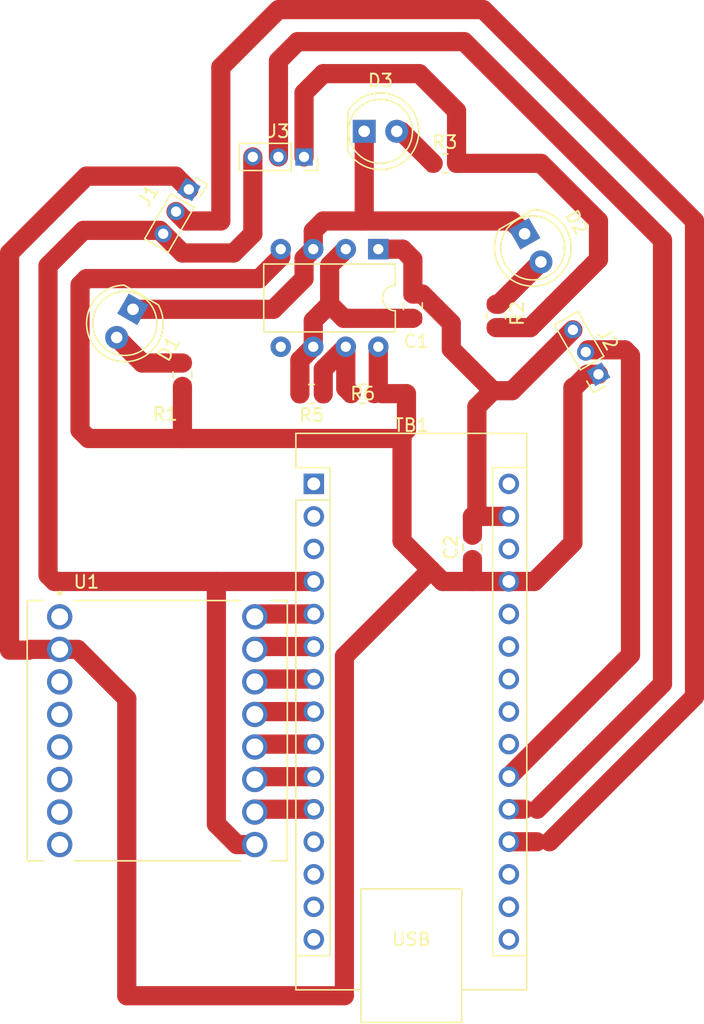
<source format=kicad_pcb>
(kicad_pcb (version 20240108) (generator "pcbnew") (generator_version "8.0")
  (layers (0 "F.Cu" signal) (31 "B.Cu" signal) (34 "B.Paste" user) (35 "F.Paste" user) (36 "B.SilkS" user "B.Silkscreen") (37 "F.SilkS" user "F.Silkscreen") (38 "B.Mask" user) (39 "F.Mask" user) (44 "Edge.Cuts" user))
  (net 0 "")
  (net 1 "GND")
  (net 2 "Net-(U2-THR)")
  (net 3 "+5V")
  (net 4 "Net-(D1-A)")
  (net 5 "Net-(D1-K)")
  (net 6 "Net-(D2-A)")
  (net 7 "Net-(D3-A)")
  (net 8 "Net-(J1-Pin_2)")
  (net 9 "Net-(J2-Pin_2)")
  (net 10 "Net-(J3-Pin_2)")
  (net 11 "Net-(U2-DIS)")
  (net 12 "Net-(TB1-D8)")
  (net 13 "Net-(TB1-D6)")
  (net 16 "Net-(TB1-RESET-Pad28)")
  (net 17 "Net-(TB1-D4)")
  (net 18 "Net-(TB1-D7)")
  (net 19 "Net-(TB1-D2)")
  (net 22 "Net-(TB1-D3)")
  (net 27 "Net-(TB1-D5)")
  (footprint "Resistor_SMD:R_0805_2012Metric" (layer "F.Cu") (at 136.5 61.4125 -90)
    (property "Reference" "R2" (at -0.2 -1.65 90) (layer "F.SilkS"))
    (property "Value" "R" (hide yes))
    (fp_line (start -0.227064 0.735) (end 0.227064 0.735) (stroke (width 0.12)) (layer "F.SilkS"))
    (fp_line (start -0.227064 -0.735) (end 0.227064 -0.735) (stroke (width 0.12)) (layer "F.SilkS"))
    (pad "1" smd roundrect (at -0.9125 0 270) (size 1.025 1.4) (layers "F.Cu" "F.Paste" "F.Mask") (roundrect_rratio 0.243902) (net 6 "Net-(D2-A)"))
    (pad "2" smd roundrect (at 0.9125 0 270) (size 1.025 1.4) (layers "F.Cu" "F.Paste" "F.Mask") (roundrect_rratio 0.243902) (net 3 "+5V"))
  )
  (footprint "LED_THT:LED_D5.0mm" (layer "F.Cu") (at 126.2 47)
    (property "Reference" "D3" (at 1.27 -3.96 0) (layer "F.SilkS"))
    (property "Value" "LED" (hide yes))
    (fp_line (start -1.29 -1.545) (end -1.29 1.545) (stroke (width 0.12)) (layer "F.SilkS"))
    (fp_arc (start -1.29 -1.54483) (mid 2.072002 -2.880433) (end 4.26 0.000462) (stroke (width 0.12)) (layer "F.SilkS"))
    (fp_arc (start 4.26 -0.000462) (mid 2.072002 2.880433) (end -1.29 1.54483) (stroke (width 0.12)) (layer "F.SilkS"))
    (fp_circle (center 1.27 0) (end 3.77 0) (stroke (width 0.12)) (fill none) (layer "F.SilkS"))
    (pad "1" thru_hole rect (at 0 0) (size 1.8 1.8) (drill 0.9) (layers "*.Cu" "*.Mask") (net 5 "Net-(D1-K)"))
    (pad "2" thru_hole circle (at 2.54 0) (size 1.8 1.8) (drill 0.9) (layers "*.Cu" "*.Mask") (net 7 "Net-(D3-A)"))
  )
  (footprint "Resistor_SMD:R_0805_2012Metric" (layer "F.Cu") (at 112 66 -90)
    (property "Reference" "R1" (at 3.0675 1.3475 180) (layer "F.SilkS"))
    (property "Value" "R" (hide yes))
    (fp_line (start -0.227064 0.735) (end 0.227064 0.735) (stroke (width 0.12)) (layer "F.SilkS"))
    (fp_line (start -0.227064 -0.735) (end 0.227064 -0.735) (stroke (width 0.12)) (layer "F.SilkS"))
    (pad "1" smd roundrect (at -0.9125 0 270) (size 1.025 1.4) (layers "F.Cu" "F.Paste" "F.Mask") (roundrect_rratio 0.243902) (net 4 "Net-(D1-A)"))
    (pad "2" smd roundrect (at 0.9125 0 270) (size 1.025 1.4) (layers "F.Cu" "F.Paste" "F.Mask") (roundrect_rratio 0.243902) (net 3 "+5V"))
  )
  (footprint "tb6612:tb6612" (layer "F.Cu") (at 110.0325 93.79)
    (property "Reference" "U1" (at -5.5332 -11.6132 0) (layer "F.SilkS"))
    (property "Value" "ROB-14450")
    (fp_line (start -10.16 -10.16) (end -10.16 10.16) (stroke (width 0.127)) (layer "F.SilkS"))
    (fp_line (start -8.89 -10.16) (end -10.16 -10.16) (stroke (width 0.127)) (layer "F.SilkS"))
    (fp_line (start -8.89 10.16) (end -10.16 10.16) (stroke (width 0.127)) (layer "F.SilkS"))
    (fp_line (start -6.5 -10.16) (end 6.5 -10.16) (stroke (width 0.127)) (layer "F.SilkS"))
    (fp_line (start -6.5 10.16) (end 6.5 10.16) (stroke (width 0.127)) (layer "F.SilkS"))
    (fp_line (start 8.89 -10.16) (end 10.16 -10.16) (stroke (width 0.127)) (layer "F.SilkS"))
    (fp_line (start 8.89 10.16) (end 10.16 10.16) (stroke (width 0.127)) (layer "F.SilkS"))
    (fp_line (start 10.16 10.16) (end 10.16 -10.16) (stroke (width 0.127)) (layer "F.SilkS"))
    (fp_circle (center -7.62 -10.7282) (end -7.52 -10.7282) (stroke (width 0.2)) (fill none) (layer "F.SilkS"))
    (pad "1" thru_hole circle (at -7.62 -8.89) (size 1.98 1.98) (drill 1.32) (layers "*.Cu" "*.Mask"))
    (pad "2" thru_hole circle (at -7.62 -6.35) (size 1.98 1.98) (drill 1.32) (layers "*.Cu" "*.Mask") (net 3 "+5V"))
    (pad "3" thru_hole circle (at -7.62 -3.81) (size 1.98 1.98) (drill 1.32) (layers "*.Cu" "*.Mask") (net 1 "GND"))
    (pad "4" thru_hole circle (at -7.62 -1.27) (size 1.98 1.98) (drill 1.32) (layers "*.Cu" "*.Mask"))
    (pad "5" thru_hole circle (at -7.62 1.27) (size 1.98 1.98) (drill 1.32) (layers "*.Cu" "*.Mask"))
    (pad "6" thru_hole circle (at -7.62 3.81) (size 1.98 1.98) (drill 1.32) (layers "*.Cu" "*.Mask"))
    (pad "7" thru_hole circle (at -7.62 6.35) (size 1.98 1.98) (drill 1.32) (layers "*.Cu" "*.Mask"))
    (pad "8" thru_hole circle (at -7.62 8.89) (size 1.98 1.98) (drill 1.32) (layers "*.Cu" "*.Mask") (net 1 "GND"))
    (pad "9" thru_hole circle (at 7.62 8.89) (size 1.98 1.98) (drill 1.32) (layers "*.Cu" "*.Mask") (net 1 "GND"))
    (pad "10" thru_hole circle (at 7.62 6.35) (size 1.98 1.98) (drill 1.32) (layers "*.Cu" "*.Mask") (net 12 "Net-(TB1-D8)"))
    (pad "11" thru_hole circle (at 7.62 3.81) (size 1.98 1.98) (drill 1.32) (layers "*.Cu" "*.Mask") (net 18 "Net-(TB1-D7)"))
    (pad "12" thru_hole circle (at 7.62 1.27) (size 1.98 1.98) (drill 1.32) (layers "*.Cu" "*.Mask") (net 13 "Net-(TB1-D6)"))
    (pad "13" thru_hole circle (at 7.62 -1.27) (size 1.98 1.98) (drill 1.32) (layers "*.Cu" "*.Mask") (net 27 "Net-(TB1-D5)"))
    (pad "14" thru_hole circle (at 7.62 -3.81) (size 1.98 1.98) (drill 1.32) (layers "*.Cu" "*.Mask") (net 17 "Net-(TB1-D4)"))
    (pad "15" thru_hole circle (at 7.62 -6.35) (size 1.98 1.98) (drill 1.32) (layers "*.Cu" "*.Mask") (net 22 "Net-(TB1-D3)"))
    (pad "16" thru_hole circle (at 7.62 -8.89) (size 1.98 1.98) (drill 1.32) (layers "*.Cu" "*.Mask") (net 19 "Net-(TB1-D2)"))
  )
  (footprint "Capacitor_SMD:C_0805_2012Metric" (layer "F.Cu") (at 130 60.65 90)
    (property "Reference" "C1" (at -2.75 0.26 180) (layer "F.SilkS"))
    (property "Value" "C" (hide yes))
    (fp_line (start -0.261252 -0.735) (end 0.261252 -0.735) (stroke (width 0.12)) (layer "F.SilkS"))
    (fp_line (start -0.261252 0.735) (end 0.261252 0.735) (stroke (width 0.12)) (layer "F.SilkS"))
    (pad "1" smd roundrect (at -0.95 0 90) (size 1 1.45) (layers "F.Cu" "F.Paste" "F.Mask") (net 2 "Net-(U2-THR)"))
    (pad "2" smd roundrect (at 0.95 0 90) (size 1 1.45) (layers "F.Cu" "F.Paste" "F.Mask") (net 1 "GND"))
  )
  (footprint "Capacitor_SMD:C_0805_2012Metric" (layer "F.Cu") (at 134.6525 79.48 90)
    (property "Reference" "C2" (at 0 -1.68 90) (layer "F.SilkS"))
    (property "Value" "C" (hide yes))
    (fp_line (start -0.261252 -0.735) (end 0.261252 -0.735) (stroke (width 0.12)) (layer "F.SilkS"))
    (fp_line (start -0.261252 0.735) (end 0.261252 0.735) (stroke (width 0.12)) (layer "F.SilkS"))
    (pad "1" smd roundrect (at -0.95 0 90) (size 1 1.45) (layers "F.Cu" "F.Paste" "F.Mask") (net 3 "+5V"))
    (pad "2" smd roundrect (at 0.95 0 90) (size 1 1.45) (layers "F.Cu" "F.Paste" "F.Mask") (net 1 "GND"))
  )
  (footprint "Module:Arduino_Nano" (layer "F.Cu") (at 122.26 74.52)
    (property "Reference" "TB1" (at 7.62 -4.58 0) (layer "F.SilkS"))
    (property "Value" "ARDUINO_NANO")
    (fp_line (start -1.4 -3.94) (end -1.4 -1.27) (stroke (width 0.12)) (layer "F.SilkS"))
    (fp_line (start -1.4 1.27) (end -1.4 39.5) (stroke (width 0.12)) (layer "F.SilkS"))
    (fp_line (start -1.4 39.5) (end 3.68 39.5) (stroke (width 0.12)) (layer "F.SilkS"))
    (fp_line (start 1.27 -1.27) (end -1.4 -1.27) (stroke (width 0.12)) (layer "F.SilkS"))
    (fp_line (start 1.27 1.27) (end -1.4 1.27) (stroke (width 0.12)) (layer "F.SilkS"))
    (fp_line (start 1.27 1.27) (end 1.27 -1.27) (stroke (width 0.12)) (layer "F.SilkS"))
    (fp_line (start 1.27 1.27) (end 1.27 36.83) (stroke (width 0.12)) (layer "F.SilkS"))
    (fp_line (start 1.27 36.83) (end -1.4 36.83) (stroke (width 0.12)) (layer "F.SilkS"))
    (fp_line (start 3.68 31.62) (end 11.56 31.62) (stroke (width 0.12)) (layer "F.SilkS"))
    (fp_line (start 3.68 42.04) (end 3.68 31.62) (stroke (width 0.12)) (layer "F.SilkS"))
    (fp_line (start 11.56 31.62) (end 11.56 42.04) (stroke (width 0.12)) (layer "F.SilkS"))
    (fp_line (start 11.56 42.04) (end 3.68 42.04) (stroke (width 0.12)) (layer "F.SilkS"))
    (fp_line (start 13.97 -1.27) (end 13.97 36.83) (stroke (width 0.12)) (layer "F.SilkS"))
    (fp_line (start 13.97 -1.27) (end 16.64 -1.27) (stroke (width 0.12)) (layer "F.SilkS"))
    (fp_line (start 13.97 36.83) (end 16.64 36.83) (stroke (width 0.12)) (layer "F.SilkS"))
    (fp_line (start 16.64 -3.94) (end -1.4 -3.94) (stroke (width 0.12)) (layer "F.SilkS"))
    (fp_line (start 16.64 39.5) (end 11.56 39.5) (stroke (width 0.12)) (layer "F.SilkS"))
    (fp_line (start 16.64 39.5) (end 16.64 -3.94) (stroke (width 0.12)) (layer "F.SilkS"))
    (fp_text user "USB" (at 7.62 35.56 0) (layer "F.SilkS"))
    (pad "1" thru_hole rect (at 0 0) (size 1.6 1.6) (drill 1) (layers "*.Cu" "*.Mask"))
    (pad "2" thru_hole oval (at 0 2.54) (size 1.6 1.6) (drill 1) (layers "*.Cu" "*.Mask"))
    (pad "3" thru_hole oval (at 0 5.08) (size 1.6 1.6) (drill 1) (layers "*.Cu" "*.Mask") (net 16 "Net-(TB1-RESET-Pad28)"))
    (pad "4" thru_hole oval (at 0 7.62) (size 1.6 1.6) (drill 1) (layers "*.Cu" "*.Mask") (net 1 "GND"))
    (pad "5" thru_hole oval (at 0 10.16) (size 1.6 1.6) (drill 1) (layers "*.Cu" "*.Mask") (net 19 "Net-(TB1-D2)"))
    (pad "6" thru_hole oval (at 0 12.7) (size 1.6 1.6) (drill 1) (layers "*.Cu" "*.Mask") (net 22 "Net-(TB1-D3)"))
    (pad "7" thru_hole oval (at 0 15.24) (size 1.6 1.6) (drill 1) (layers "*.Cu" "*.Mask") (net 17 "Net-(TB1-D4)"))
    (pad "8" thru_hole oval (at 0 17.78) (size 1.6 1.6) (drill 1) (layers "*.Cu" "*.Mask") (net 27 "Net-(TB1-D5)"))
    (pad "9" thru_hole oval (at 0 20.32) (size 1.6 1.6) (drill 1) (layers "*.Cu" "*.Mask") (net 13 "Net-(TB1-D6)"))
    (pad "10" thru_hole oval (at 0 22.86) (size 1.6 1.6) (drill 1) (layers "*.Cu" "*.Mask") (net 18 "Net-(TB1-D7)"))
    (pad "11" thru_hole oval (at 0 25.4) (size 1.6 1.6) (drill 1) (layers "*.Cu" "*.Mask") (net 12 "Net-(TB1-D8)"))
    (pad "12" thru_hole oval (at 0 27.94) (size 1.6 1.6) (drill 1) (layers "*.Cu" "*.Mask"))
    (pad "13" thru_hole oval (at 0 30.48) (size 1.6 1.6) (drill 1) (layers "*.Cu" "*.Mask"))
    (pad "14" thru_hole oval (at 0 33.02) (size 1.6 1.6) (drill 1) (layers "*.Cu" "*.Mask"))
    (pad "15" thru_hole oval (at 0 35.56) (size 1.6 1.6) (drill 1) (layers "*.Cu" "*.Mask"))
    (pad "16" thru_hole oval (at 15.24 35.56) (size 1.6 1.6) (drill 1) (layers "*.Cu" "*.Mask"))
    (pad "17" thru_hole oval (at 15.24 33.02) (size 1.6 1.6) (drill 1) (layers "*.Cu" "*.Mask"))
    (pad "18" thru_hole oval (at 15.24 30.48) (size 1.6 1.6) (drill 1) (layers "*.Cu" "*.Mask"))
    (pad "19" thru_hole oval (at 15.24 27.94) (size 1.6 1.6) (drill 1) (layers "*.Cu" "*.Mask") (net 8 "Net-(J1-Pin_2)"))
    (pad "20" thru_hole oval (at 15.24 25.4) (size 1.6 1.6) (drill 1) (layers "*.Cu" "*.Mask") (net 10 "Net-(J3-Pin_2)"))
    (pad "21" thru_hole oval (at 15.24 22.86) (size 1.6 1.6) (drill 1) (layers "*.Cu" "*.Mask") (net 9 "Net-(J2-Pin_2)"))
    (pad "22" thru_hole oval (at 15.24 20.32) (size 1.6 1.6) (drill 1) (layers "*.Cu" "*.Mask"))
    (pad "23" thru_hole oval (at 15.24 17.78) (size 1.6 1.6) (drill 1) (layers "*.Cu" "*.Mask"))
    (pad "24" thru_hole oval (at 15.24 15.24) (size 1.6 1.6) (drill 1) (layers "*.Cu" "*.Mask"))
    (pad "25" thru_hole oval (at 15.24 12.7) (size 1.6 1.6) (drill 1) (layers "*.Cu" "*.Mask"))
    (pad "26" thru_hole oval (at 15.24 10.16) (size 1.6 1.6) (drill 1) (layers "*.Cu" "*.Mask"))
    (pad "27" thru_hole oval (at 15.24 7.62) (size 1.6 1.6) (drill 1) (layers "*.Cu" "*.Mask") (net 3 "+5V"))
    (pad "28" thru_hole oval (at 15.24 5.08) (size 1.6 1.6) (drill 1) (layers "*.Cu" "*.Mask") (net 16 "Net-(TB1-RESET-Pad28)"))
    (pad "29" thru_hole oval (at 15.24 2.54) (size 1.6 1.6) (drill 1) (layers "*.Cu" "*.Mask") (net 1 "GND"))
    (pad "30" thru_hole oval (at 15.24 0) (size 1.6 1.6) (drill 1) (layers "*.Cu" "*.Mask"))
  )
  (footprint "Resistor_SMD:R_0805_2012Metric" (layer "F.Cu") (at 126.0875 67.48)
    (property "Reference" "R6" (at 0 0 0) (layer "F.SilkS"))
    (property "Value" "R" (hide yes))
    (fp_line (start -0.227064 -0.735) (end 0.227064 -0.735) (stroke (width 0.12)) (layer "F.SilkS"))
    (fp_line (start -0.227064 0.735) (end 0.227064 0.735) (stroke (width 0.12)) (layer "F.SilkS"))
    (pad "1" smd roundrect (at -0.9125 0) (size 1.025 1.4) (layers "F.Cu" "F.Paste" "F.Mask") (roundrect_rratio 0.243902) (net 11 "Net-(U2-DIS)"))
    (pad "2" smd roundrect (at 0.9125 0) (size 1.025 1.4) (layers "F.Cu" "F.Paste" "F.Mask") (roundrect_rratio 0.243902) (net 3 "+5V"))
  )
  (footprint "LED_THT:LED_D5.0mm" (layer "F.Cu") (at 138.73 55 -60)
    (property "Reference" "D2" (at 1.27 -3.96 120) (layer "F.SilkS"))
    (property "Value" "LED" (hide yes))
    (fp_line (start -1.29 -1.545) (end -1.29 1.545) (stroke (width 0.12)) (layer "F.SilkS"))
    (fp_arc (start -1.29 -1.54483) (mid 2.072001 -2.880433) (end 4.26 0.000462) (stroke (width 0.12)) (layer "F.SilkS"))
    (fp_arc (start 4.26 -0.000462) (mid 2.072001 2.880432) (end -1.29 1.54483) (stroke (width 0.12)) (layer "F.SilkS"))
    (fp_circle (center 1.27 0) (end 3.77 0) (stroke (width 0.12)) (fill none) (layer "F.SilkS"))
    (pad "1" thru_hole rect (at 0 0 300) (size 1.8 1.8) (drill 0.9) (layers "*.Cu" "*.Mask") (net 5 "Net-(D1-K)"))
    (pad "2" thru_hole circle (at 2.54 0 300) (size 1.8 1.8) (drill 0.9) (layers "*.Cu" "*.Mask") (net 6 "Net-(D2-A)"))
  )
  (footprint "Resistor_SMD:R_0805_2012Metric" (layer "F.Cu") (at 132.5 49.5)
    (property "Reference" "R3" (at 0 -1.65 360) (layer "F.SilkS"))
    (property "Value" "R" (hide yes))
    (fp_line (start -0.227064 -0.735) (end 0.227064 -0.735) (stroke (width 0.12)) (layer "F.SilkS"))
    (fp_line (start -0.227064 0.735) (end 0.227064 0.735) (stroke (width 0.12)) (layer "F.SilkS"))
    (pad "1" smd roundrect (at -0.9125 0) (size 1.025 1.4) (layers "F.Cu" "F.Paste" "F.Mask") (roundrect_rratio 0.243902) (net 7 "Net-(D3-A)"))
    (pad "2" smd roundrect (at 0.9125 0) (size 1.025 1.4) (layers "F.Cu" "F.Paste" "F.Mask") (roundrect_rratio 0.243902) (net 3 "+5V"))
  )
  (footprint "Package_DIP:DIP-8_W7.62mm" (layer "F.Cu") (at 127.3 56.2 -90)
    (property "Reference" "U2" (hide yes))
    (property "Value" "NE555P")
    (fp_line (start 1.16 8.95) (end 6.46 8.95) (stroke (width 0.12)) (layer "F.SilkS"))
    (fp_line (start 6.46 8.95) (end 6.46 -1.33) (stroke (width 0.12)) (layer "F.SilkS"))
    (fp_line (start 1.16 -1.33) (end 1.16 8.95) (stroke (width 0.12)) (layer "F.SilkS"))
    (fp_line (start 2.81 -1.33) (end 1.16 -1.33) (stroke (width 0.12)) (layer "F.SilkS"))
    (fp_line (start 6.46 -1.33) (end 4.81 -1.33) (stroke (width 0.12)) (layer "F.SilkS"))
    (fp_arc (start 4.81 -1.33) (mid 3.81 -0.33) (end 2.81 -1.33) (stroke (width 0.12)) (layer "F.SilkS"))
    (pad "1" thru_hole rect (at 0 0 270) (size 1.6 1.6) (drill 0.8) (layers "*.Cu" "*.Mask") (net 1 "GND"))
    (pad "2" thru_hole oval (at 0 2.54 270) (size 1.6 1.6) (drill 0.8) (layers "*.Cu" "*.Mask") (net 2 "Net-(U2-THR)"))
    (pad "3" thru_hole oval (at 0 5.08 270) (size 1.6 1.6) (drill 0.8) (layers "*.Cu" "*.Mask") (net 5 "Net-(D1-K)"))
    (pad "4" thru_hole oval (at 0 7.62 270) (size 1.6 1.6) (drill 0.8) (layers "*.Cu" "*.Mask") (net 3 "+5V"))
    (pad "5" thru_hole oval (at 7.62 7.62 270) (size 1.6 1.6) (drill 0.8) (layers "*.Cu" "*.Mask"))
    (pad "6" thru_hole oval (at 7.62 5.08 270) (size 1.6 1.6) (drill 0.8) (layers "*.Cu" "*.Mask") (net 2 "Net-(U2-THR)"))
    (pad "7" thru_hole oval (at 7.62 2.54 270) (size 1.6 1.6) (drill 0.8) (layers "*.Cu" "*.Mask") (net 11 "Net-(U2-DIS)"))
    (pad "8" thru_hole oval (at 7.62 0 270) (size 1.6 1.6) (drill 0.8) (layers "*.Cu" "*.Mask") (net 3 "+5V"))
  )
  (footprint "LED_THT:LED_D5.0mm" (layer "F.Cu") (at 108.1375 60.895818 -120)
    (property "Reference" "D1" (at 1.27 -3.96 60) (layer "F.SilkS"))
    (property "Value" "LED" (hide yes))
    (fp_line (start -1.29 -1.545) (end -1.29 1.545) (stroke (width 0.12)) (layer "F.SilkS"))
    (fp_arc (start 4.26 -0.000462) (mid 2.072001 2.880433) (end -1.29 1.54483) (stroke (width 0.12)) (layer "F.SilkS"))
    (fp_arc (start -1.29 -1.54483) (mid 2.072001 -2.880432) (end 4.26 0.000462) (stroke (width 0.12)) (layer "F.SilkS"))
    (fp_circle (center 1.27 0) (end 3.77 0) (stroke (width 0.12)) (fill none) (layer "F.SilkS"))
    (pad "1" thru_hole rect (at 0 0 240) (size 1.8 1.8) (drill 0.9) (layers "*.Cu" "*.Mask") (net 5 "Net-(D1-K)"))
    (pad "2" thru_hole circle (at 2.54 0 240) (size 1.8 1.8) (drill 0.9) (layers "*.Cu" "*.Mask") (net 4 "Net-(D1-A)"))
  )
  (footprint "Connector_PinSocket_2.00mm:PinSocket_1x03_P2.00mm_Vertical" (layer "F.Cu") (at 121.5 49 -90)
    (property "Reference" "J3" (at -2 2 180) (layer "F.SilkS"))
    (property "Value" "Conn_01x03_Pin" (hide yes))
    (fp_line (start -1.06 5.06) (end 1.06 5.06) (stroke (width 0.12)) (layer "F.SilkS"))
    (fp_line (start -1.06 1) (end -1.06 5.06) (stroke (width 0.12)) (layer "F.SilkS"))
    (fp_line (start -1.06 1) (end 1.06 1) (stroke (width 0.12)) (layer "F.SilkS"))
    (fp_line (start 1.06 1) (end 1.06 5.06) (stroke (width 0.12)) (layer "F.SilkS"))
    (fp_line (start 0 -1.06) (end 1.06 -1.06) (stroke (width 0.12)) (layer "F.SilkS"))
    (fp_line (start 1.06 -1.06) (end 1.06 0) (stroke (width 0.12)) (layer "F.SilkS"))
    (pad "1" thru_hole rect (at 0 0 270) (size 1.35 1.35) (drill 0.8) (layers "*.Cu" "*.Mask") (net 3 "+5V"))
    (pad "2" thru_hole oval (at 0 2 270) (size 1.35 1.35) (drill 0.8) (layers "*.Cu" "*.Mask") (net 10 "Net-(J3-Pin_2)"))
    (pad "3" thru_hole oval (at 0 4 270) (size 1.35 1.35) (drill 0.8) (layers "*.Cu" "*.Mask") (net 1 "GND"))
  )
  (footprint "Connector_PinSocket_2.00mm:PinSocket_1x03_P2.00mm_Vertical" (layer "F.Cu") (at 112.5 51.535898 -30)
    (property "Reference" "J1" (at -2.5 2 60) (layer "F.SilkS"))
    (property "Value" "Conn_01x03_Pin" (hide yes))
    (fp_line (start -1.06 5.06) (end 1.06 5.06) (stroke (width 0.12)) (layer "F.SilkS"))
    (fp_line (start -1.06 1) (end -1.06 5.06) (stroke (width 0.12)) (layer "F.SilkS"))
    (fp_line (start -1.06 1) (end 1.06 1) (stroke (width 0.12)) (layer "F.SilkS"))
    (fp_line (start 1.06 1) (end 1.06 5.06) (stroke (width 0.12)) (layer "F.SilkS"))
    (fp_line (start 0 -1.06) (end 1.06 -1.06) (stroke (width 0.12)) (layer "F.SilkS"))
    (fp_line (start 1.06 -1.06) (end 1.06 0) (stroke (width 0.12)) (layer "F.SilkS"))
    (pad "1" thru_hole rect (at 0 0 330) (size 1.35 1.35) (drill 0.8) (layers "*.Cu" "*.Mask") (net 3 "+5V"))
    (pad "2" thru_hole oval (at 0 2 330) (size 1.35 1.35) (drill 0.8) (layers "*.Cu" "*.Mask") (net 8 "Net-(J1-Pin_2)"))
    (pad "3" thru_hole oval (at 0 4 330) (size 1.35 1.35) (drill 0.8) (layers "*.Cu" "*.Mask") (net 1 "GND"))
  )
  (footprint "Resistor_SMD:R_0805_2012Metric" (layer "F.Cu") (at 122.0875 67.5 180)
    (property "Reference" "R5" (at 0 -1.65 360) (layer "F.SilkS"))
    (property "Value" "R")
    (fp_line (start -0.227064 0.735) (end 0.227064 0.735) (stroke (width 0.12)) (layer "F.SilkS"))
    (fp_line (start -0.227064 -0.735) (end 0.227064 -0.735) (stroke (width 0.12)) (layer "F.SilkS"))
    (pad "1" smd roundrect (at -0.9125 0 180) (size 1.025 1.4) (layers "F.Cu" "F.Paste" "F.Mask") (roundrect_rratio 0.243902) (net 11 "Net-(U2-DIS)"))
    (pad "2" smd roundrect (at 0.9125 0 180) (size 1.025 1.4) (layers "F.Cu" "F.Paste" "F.Mask") (roundrect_rratio 0.243902) (net 2 "Net-(U2-THR)"))
  )
  (footprint "Connector_PinSocket_2.00mm:PinSocket_1x03_P2.00mm_Vertical" (layer "F.Cu") (at 144.5 65.964102 -150)
    (property "Reference" "J2" (at -2 2 120) (layer "F.SilkS"))
    (property "Value" "Conn_01x03_Pin" (hide yes))
    (fp_line (start -1.06 5.06) (end 1.06 5.06) (stroke (width 0.12)) (layer "F.SilkS"))
    (fp_line (start 1.06 1) (end 1.06 5.06) (stroke (width 0.12)) (layer "F.SilkS"))
    (fp_line (start 1.06 -1.06) (end 1.06 0) (stroke (width 0.12)) (layer "F.SilkS"))
    (fp_line (start -1.06 1) (end -1.06 5.06) (stroke (width 0.12)) (layer "F.SilkS"))
    (fp_line (start -1.06 1) (end 1.06 1) (stroke (width 0.12)) (layer "F.SilkS"))
    (fp_line (start 0 -1.06) (end 1.06 -1.06) (stroke (width 0.12)) (layer "F.SilkS"))
    (pad "1" thru_hole rect (at 0 0 210) (size 1.35 1.35) (drill 0.8) (layers "*.Cu" "*.Mask") (net 3 "+5V"))
    (pad "2" thru_hole oval (at 0 2 210) (size 1.35 1.35) (drill 0.8) (layers "*.Cu" "*.Mask") (net 9 "Net-(J2-Pin_2)"))
    (pad "3" thru_hole oval (at 0 4 210) (size 1.35 1.35) (drill 0.8) (layers "*.Cu" "*.Mask") (net 1 "GND"))
  )
  (segment (start 117.5 55) (end 117.5 49) (width 1.5) (layer "F.Cu") (net 1))
  (segment (start 135.5 77.06) (end 135.6525 77.06) (width 1.5) (layer "F.Cu") (net 1))
  (segment (start 114.6525 101.080071) (end 116.252429 102.68) (width 1.5) (layer "F.Cu") (net 1))
  (segment (start 136.25 67.25) (end 137.75 67.25) (width 1.5) (layer "F.Cu") (net 1))
  (segment (start 133 61.975) (end 133 64) (width 1.5) (layer "F.Cu") (net 1))
  (segment (start 133 64) (end 136.25 67.25) (width 1.5) (layer "F.Cu") (net 1))
  (segment (start 116 56.5) (end 117.5 55) (width 1.5) (layer "F.Cu") (net 1))
  (segment (start 110.5 55) (end 112 56.5) (width 1.5) (layer "F.Cu") (net 1))
  (segment (start 130.725 59.7) (end 133 61.975) (width 1.5) (layer "F.Cu") (net 1))
  (segment (start 127.3 56.2) (end 129.2 56.2) (width 1.5) (layer "F.Cu") (net 1))
  (segment (start 112 56.5) (end 116 56.5) (width 1.5) (layer "F.Cu") (net 1))
  (segment (start 104.267949 54.732051) (end 110.232051 54.732051) (width 1.5) (layer "F.Cu") (net 1))
  (segment (start 130 57) (end 130 59.7) (width 1.5) (layer "F.Cu") (net 1))
  (segment (start 134.6525 77.06) (end 137.5 77.06) (width 1.5) (layer "F.Cu") (net 1))
  (segment (start 130 59.7) (end 130.725 59.7) (width 1.5) (layer "F.Cu") (net 1))
  (segment (start 101.5 57.5) (end 104.267949 54.732051) (width 1.5) (layer "F.Cu") (net 1))
  (segment (start 117.6525 102.68) (end 116.252429 102.68) (width 1.5) (layer "F.Cu") (net 1))
  (segment (start 110.232051 54.732051) (end 110.5 55) (width 1.5) (layer "F.Cu") (net 1))
  (segment (start 114.6525 82.14) (end 114.6525 101.080071) (width 1.5) (layer "F.Cu") (net 1))
  (segment (start 134.6525 78.53) (end 134.6525 77.06) (width 1.5) (layer "F.Cu") (net 1))
  (segment (start 135 68.5) (end 135 76.56) (width 1.5) (layer "F.Cu") (net 1))
  (segment (start 135 76.56) (end 135.5 77.06) (width 1.5) (layer "F.Cu") (net 1))
  (segment (start 137.75 67.25) (end 142.5 62.5) (width 1.5) (layer "F.Cu") (net 1))
  (segment (start 129.2 56.2) (end 130 57) (width 1.5) (layer "F.Cu") (net 1))
  (segment (start 101.5 81.64) (end 101.5 57.5) (width 1.5) (layer "F.Cu") (net 1))
  (segment (start 102 82.14) (end 101.5 81.64) (width 1.5) (layer "F.Cu") (net 1))
  (segment (start 114.6525 82.14) (end 102 82.14) (width 1.5) (layer "F.Cu") (net 1))
  (segment (start 122.26 82.14) (end 114.6525 82.14) (width 1.5) (layer "F.Cu") (net 1))
  (segment (start 136.25 67.25) (end 135 68.5) (width 1.5) (layer "F.Cu") (net 1))
  (segment (start 122.22 63.82) (end 122.22 61.78) (width 1.5) (layer "F.Cu") (net 2))
  (segment (start 122.22 63.82) (end 121.175 64.865) (width 1.5) (layer "F.Cu") (net 2))
  (segment (start 123.5 60.5) (end 123.5 57.46) (width 1.5) (layer "F.Cu") (net 2))
  (segment (start 122.22 61.78) (end 123.5 60.5) (width 1.5) (layer "F.Cu") (net 2))
  (segment (start 123.5 60.5) (end 124.6 61.6) (width 1.5) (layer "F.Cu") (net 2))
  (segment (start 123.5 57.46) (end 124.76 56.2) (width 1.5) (layer "F.Cu") (net 2))
  (segment (start 121.175 64.865) (end 121.175 67.5) (width 1.5) (layer "F.Cu") (net 2))
  (segment (start 124.6 61.6) (end 130 61.6) (width 1.5) (layer "F.Cu") (net 2))
  (segment (start 129.1525 70.98) (end 104.6525 70.98) (width 1.5) (layer "F.Cu") (net 3))
  (segment (start 132.3125 82.14) (end 131.4025 81.23) (width 1.5) (layer "F.Cu") (net 3))
  (segment (start 142.6525 66.944102) (end 143.6325 65.964102) (width 1.5) (layer "F.Cu") (net 3))
  (segment (start 144.5 57) (end 139.175 62.325) (width 1.5) (layer "F.Cu") (net 3))
  (segment (start 143.6325 65.964102) (end 144.5 65.964102) (width 1.5) (layer "F.Cu") (net 3))
  (segment (start 102.4125 87.44) (end 100.06 87.44) (width 1.5) (layer "F.Cu") (net 3))
  (segment (start 130.5 42.5) (end 133.4125 45.4125) (width 1.5) (layer "F.Cu") (net 3))
  (segment (start 118 58.5) (end 119.68 56.82) (width 1.5) (layer "F.Cu") (net 3))
  (segment (start 112 66.9125) (end 112 70.98) (width 1.5) (layer "F.Cu") (net 3))
  (segment (start 127.3 67.18) (end 127.6 67.48) (width 1.5) (layer "F.Cu") (net 3))
  (segment (start 139.4925 82.14) (end 142.5 79.1325) (width 1.5) (layer "F.Cu") (net 3))
  (segment (start 127.3 67.18) (end 127 67.48) (width 1.5) (layer "F.Cu") (net 3))
  (segment (start 104.6525 70.98) (end 104 70.3275) (width 1.5) (layer "F.Cu") (net 3))
  (segment (start 137.5 82.14) (end 134.6525 82.14) (width 1.5) (layer "F.Cu") (net 3))
  (segment (start 100 87.5) (end 98.5 87.5) (width 1.5) (layer "F.Cu") (net 3))
  (segment (start 123 42.5) (end 130.5 42.5) (width 1.5) (layer "F.Cu") (net 3))
  (segment (start 111.464102 50.5) (end 112.5 51.535898) (width 1.5) (layer "F.Cu") (net 3))
  (segment (start 142.5 79.1325) (end 142.5 67) (width 1.5) (layer "F.Cu") (net 3))
  (segment (start 104 70.3275) (end 104 59) (width 1.5) (layer "F.Cu") (net 3))
  (segment (start 127.6 67.48) (end 129.5 67.48) (width 1.5) (layer "F.Cu") (net 3))
  (segment (start 124.6525 87.98) (end 131.4025 81.23) (width 1.5) (layer "F.Cu") (net 3))
  (segment (start 98.5 56.5) (end 104.5 50.5) (width 1.5) (layer "F.Cu") (net 3))
  (segment (start 124.6525 114.48) (end 124.6525 87.98) (width 1.5) (layer "F.Cu") (net 3))
  (segment (start 104.5 58.5) (end 118 58.5) (width 1.5) (layer "F.Cu") (net 3))
  (segment (start 103.812571 87.44) (end 107.6525 91.279929) (width 1.5) (layer "F.Cu") (net 3))
  (segment (start 102.4125 87.44) (end 103.812571 87.44) (width 1.5) (layer "F.Cu") (net 3))
  (segment (start 139.175 62.325) (end 136.5 62.325) (width 1.5) (layer "F.Cu") (net 3))
  (segment (start 119.68 56.82) (end 119.68 56.2) (width 1.5) (layer "F.Cu") (net 3))
  (segment (start 140 49.5) (end 144.5 54) (width 1.5) (layer "F.Cu") (net 3))
  (segment (start 142.5 67) (end 142.555898 66.944102) (width 1.5) (layer "F.Cu") (net 3))
  (segment (start 133.4125 45.4125) (end 133.4125 49.5) (width 1.5) (layer "F.Cu") (net 3))
  (segment (start 121.5 49) (end 121.5 44) (width 1.5) (layer "F.Cu") (net 3))
  (segment (start 100.06 87.44) (end 100 87.5) (width 1.5) (layer "F.Cu") (net 3))
  (segment (start 129.5 67.48) (end 129.5 70.3275) (width 1.5) (layer "F.Cu") (net 3))
  (segment (start 134.6525 82.14) (end 132.3125 82.14) (width 1.5) (layer "F.Cu") (net 3))
  (segment (start 142.555898 66.944102) (end 142.6525 66.944102) (width 1.5) (layer "F.Cu") (net 3))
  (segment (start 134.6525 80.43) (end 134.6525 82.14) (width 1.5) (layer "F.Cu") (net 3))
  (segment (start 110.732051 50.5) (end 111.464102 50.5) (width 1.5) (layer "F.Cu") (net 3))
  (segment (start 133.4125 49.5) (end 140 49.5) (width 1.5) (layer "F.Cu") (net 3))
  (segment (start 129.1525 78.98) (end 129.1525 70.98) (width 1.5) (layer "F.Cu") (net 3))
  (segment (start 144.5 54) (end 144.5 57) (width 1.5) (layer "F.Cu") (net 3))
  (segment (start 107.6525 114.48) (end 124.6525 114.48) (width 1.5) (layer "F.Cu") (net 3))
  (segment (start 104.5 50.5) (end 110.732051 50.5) (width 1.5) (layer "F.Cu") (net 3))
  (segment (start 121.5 44) (end 123 42.5) (width 1.5) (layer "F.Cu") (net 3))
  (segment (start 104 59) (end 104.5 58.5) (width 1.5) (layer "F.Cu") (net 3))
  (segment (start 137.5 82.14) (end 139.4925 82.14) (width 1.5) (layer "F.Cu") (net 3))
  (segment (start 131.4025 81.23) (end 129.1525 78.98) (width 1.5) (layer "F.Cu") (net 3))
  (segment (start 98.5 87.5) (end 98.5 56.5) (width 1.5) (layer "F.Cu") (net 3))
  (segment (start 127.3 63.82) (end 127.3 67.18) (width 1.5) (layer "F.Cu") (net 3))
  (segment (start 107.6525 91.279929) (end 107.6525 114.48) (width 1.5) (layer "F.Cu") (net 3))
  (segment (start 108.859477 65.0875) (end 112 65.0875) (width 1.5) (layer "F.Cu") (net 4))
  (segment (start 106.8675 63.095523) (end 108.859477 65.0875) (width 1.5) (layer "F.Cu") (net 4))
  (segment (start 121.5 58.5) (end 121.5 56.92) (width 1.5) (layer "F.Cu") (net 5))
  (segment (start 126.2 53.8) (end 126 54) (width 1.5) (layer "F.Cu") (net 5))
  (segment (start 126 54) (end 123 54) (width 1.5) (layer "F.Cu") (net 5))
  (segment (start 126.2 47) (end 126.2 53.8) (width 1.5) (layer "F.Cu") (net 5))
  (segment (start 123 54) (end 122.22 54.78) (width 1.5) (layer "F.Cu") (net 5))
  (segment (start 126 54) (end 137.73 54) (width 1.5) (layer "F.Cu") (net 5))
  (segment (start 121.5 56.92) (end 122.22 56.2) (width 1.5) (layer "F.Cu") (net 5))
  (segment (start 119.104182 60.895818) (end 121.5 58.5) (width 1.5) (layer "F.Cu") (net 5))
  (segment (start 122.22 54.78) (end 122.22 56.2) (width 1.5) (layer "F.Cu") (net 5))
  (segment (start 137.73 54) (end 138.73 55) (width 1.5) (layer "F.Cu") (net 5))
  (segment (start 108.1375 60.895818) (end 119.104182 60.895818) (width 1.5) (layer "F.Cu") (net 5))
  (segment (start 136.699705 60.5) (end 140 57.199705) (width 1.5) (layer "F.Cu") (net 6))
  (segment (start 136.5 60.5) (end 136.699705 60.5) (width 1.5) (layer "F.Cu") (net 6))
  (segment (start 129.0875 47) (end 131.5875 49.5) (width 1.5) (layer "F.Cu") (net 7))
  (segment (start 128.74 47) (end 129.0875 47) (width 1.5) (layer "F.Cu") (net 7))
  (segment (start 139.6725 102.46) (end 137.5 102.46) (width 1.5) (layer "F.Cu") (net 8))
  (segment (start 115 42) (end 119.5 37.5) (width 1.5) (layer "F.Cu") (net 8))
  (segment (start 115 54) (end 115 42) (width 1.5) (layer "F.Cu") (net 8))
  (segment (start 119.5 37.5) (end 135.5 37.5) (width 1.5) (layer "F.Cu") (net 8))
  (segment (start 111.5 53.267949) (end 112.232051 54) (width 1.5) (layer "F.Cu") (net 8))
  (segment (start 112.232051 54) (end 115 54) (width 1.5) (layer "F.Cu") (net 8))
  (segment (start 152 54) (end 152 91.1325) (width 1.5) (layer "F.Cu") (net 8))
  (segment (start 152 91.1325) (end 140.6725 102.46) (width 1.5) (layer "F.Cu") (net 8))
  (segment (start 135.5 37.5) (end 152 54) (width 1.5) (layer "F.Cu") (net 8))
  (segment (start 146.6525 88.2275) (end 137.5 97.38) (width 1.5) (layer "F.Cu") (net 9))
  (segment (start 147 64.5) (end 147 87.88) (width 1.5) (layer "F.Cu") (net 9))
  (segment (start 147 87.88) (end 145.69 89.19) (width 1.5) (layer "F.Cu") (net 9))
  (segment (start 146.557051 64.057051) (end 147 64.5) (width 1.5) (layer "F.Cu") (net 9))
  (segment (start 143.675 64.057051) (end 146.557051 64.057051) (width 1.5) (layer "F.Cu") (net 9))
  (segment (start 134 40) (end 149.5 55.5) (width 1.5) (layer "F.Cu") (net 10))
  (segment (start 119.5 41.5) (end 121 40) (width 1.5) (layer "F.Cu") (net 10))
  (segment (start 119.5 41.5) (end 119.5 49) (width 1.5) (layer "F.Cu") (net 10))
  (segment (start 149.5 55.5) (end 149.5 90.1325) (width 1.5) (layer "F.Cu") (net 10))
  (segment (start 121 40) (end 134 40) (width 1.5) (layer "F.Cu") (net 10))
  (segment (start 138.7125 99.92) (end 137.5 99.92) (width 1.5) (layer "F.Cu") (net 10))
  (segment (start 149.5 90.1325) (end 139.7125 99.92) (width 1.5) (layer "F.Cu") (net 10))
  (segment (start 123 67.5) (end 123 65.58) (width 1.5) (layer "F.Cu") (net 11))
  (segment (start 124.76 63.82) (end 124.76 67.065) (width 1.5) (layer "F.Cu") (net 11))
  (segment (start 124.76 67.065) (end 125.175 67.48) (width 1.5) (layer "F.Cu") (net 11))
  (segment (start 123 65.58) (end 124.76 63.82) (width 1.5) (layer "F.Cu") (net 11))
  (segment (start 117.8725 99.92) (end 117.6525 100.14) (width 1.5) (layer "F.Cu") (net 12))
  (segment (start 122.26 99.92) (end 117.8725 99.92) (width 1.5) (layer "F.Cu") (net 12))
  (segment (start 117.8725 94.84) (end 117.6525 95.06) (width 1.5) (layer "F.Cu") (net 13))
  (segment (start 122.26 94.84) (end 117.8725 94.84) (width 1.5) (layer "F.Cu") (net 13))
  (segment (start 122.26 89.76) (end 117.8725 89.76) (width 1.5) (layer "F.Cu") (net 17))
  (segment (start 117.8725 89.76) (end 117.6525 89.98) (width 1.5) (layer "F.Cu") (net 17))
  (segment (start 117.8725 97.38) (end 117.6525 97.6) (width 1.5) (layer "F.Cu") (net 18))
  (segment (start 122.26 97.38) (end 117.8725 97.38) (width 1.5) (layer "F.Cu") (net 18))
  (segment (start 117.8725 84.68) (end 117.6525 84.9) (width 1.5) (layer "F.Cu") (net 19))
  (segment (start 122.26 84.68) (end 117.8725 84.68) (width 1.5) (layer "F.Cu") (net 19))
  (segment (start 117.8725 87.22) (end 117.6525 87.44) (width 1.5) (layer "F.Cu") (net 22))
  (segment (start 122.26 87.22) (end 117.8725 87.22) (width 1.5) (layer "F.Cu") (net 22))
  (segment (start 122.26 92.3) (end 117.8725 92.3) (width 1.5) (layer "F.Cu") (net 27))
  (segment (start 117.8725 92.3) (end 117.6525 92.52) (width 1.5) (layer "F.Cu") (net 27))
)
</source>
